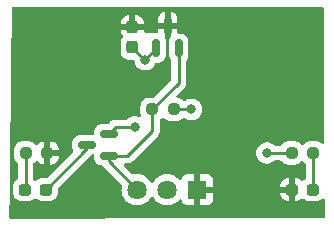
<source format=gbr>
%TF.GenerationSoftware,KiCad,Pcbnew,(7.0.0)*%
%TF.CreationDate,2023-11-20T19:32:08-05:00*%
%TF.ProjectId,4272MAVproxS_R1,34323732-4d41-4567-9072-6f78535f5231,rev?*%
%TF.SameCoordinates,Original*%
%TF.FileFunction,Copper,L1,Top*%
%TF.FilePolarity,Positive*%
%FSLAX46Y46*%
G04 Gerber Fmt 4.6, Leading zero omitted, Abs format (unit mm)*
G04 Created by KiCad (PCBNEW (7.0.0)) date 2023-11-20 19:32:08*
%MOMM*%
%LPD*%
G01*
G04 APERTURE LIST*
G04 Aperture macros list*
%AMRoundRect*
0 Rectangle with rounded corners*
0 $1 Rounding radius*
0 $2 $3 $4 $5 $6 $7 $8 $9 X,Y pos of 4 corners*
0 Add a 4 corners polygon primitive as box body*
4,1,4,$2,$3,$4,$5,$6,$7,$8,$9,$2,$3,0*
0 Add four circle primitives for the rounded corners*
1,1,$1+$1,$2,$3*
1,1,$1+$1,$4,$5*
1,1,$1+$1,$6,$7*
1,1,$1+$1,$8,$9*
0 Add four rect primitives between the rounded corners*
20,1,$1+$1,$2,$3,$4,$5,0*
20,1,$1+$1,$4,$5,$6,$7,0*
20,1,$1+$1,$6,$7,$8,$9,0*
20,1,$1+$1,$8,$9,$2,$3,0*%
G04 Aperture macros list end*
%TA.AperFunction,SMDPad,CuDef*%
%ADD10RoundRect,0.237500X-0.287500X-0.237500X0.287500X-0.237500X0.287500X0.237500X-0.287500X0.237500X0*%
%TD*%
%TA.AperFunction,SMDPad,CuDef*%
%ADD11RoundRect,0.150000X0.150000X-0.587500X0.150000X0.587500X-0.150000X0.587500X-0.150000X-0.587500X0*%
%TD*%
%TA.AperFunction,SMDPad,CuDef*%
%ADD12RoundRect,0.150000X0.587500X0.150000X-0.587500X0.150000X-0.587500X-0.150000X0.587500X-0.150000X0*%
%TD*%
%TA.AperFunction,SMDPad,CuDef*%
%ADD13RoundRect,0.237500X-0.250000X-0.237500X0.250000X-0.237500X0.250000X0.237500X-0.250000X0.237500X0*%
%TD*%
%TA.AperFunction,ComponentPad*%
%ADD14R,1.635000X1.635000*%
%TD*%
%TA.AperFunction,ComponentPad*%
%ADD15C,1.635000*%
%TD*%
%TA.AperFunction,SMDPad,CuDef*%
%ADD16RoundRect,0.237500X0.237500X-0.300000X0.237500X0.300000X-0.237500X0.300000X-0.237500X-0.300000X0*%
%TD*%
%TA.AperFunction,ViaPad*%
%ADD17C,0.800000*%
%TD*%
%TA.AperFunction,Conductor*%
%ADD18C,0.250000*%
%TD*%
G04 APERTURE END LIST*
D10*
%TO.P,D2,1,K*%
%TO.N,Net-(D2-K)*%
X140290000Y-63675000D03*
%TO.P,D2,2,A*%
%TO.N,Net-(D2-A)*%
X142040000Y-63675000D03*
%TD*%
%TO.P,D1,1,K*%
%TO.N,GND*%
X162890000Y-63675000D03*
%TO.P,D1,2,A*%
%TO.N,Net-(D1-A)*%
X164640000Y-63675000D03*
%TD*%
D11*
%TO.P,U1,1,VCC*%
%TO.N,+3.3V*%
X151415000Y-51712500D03*
%TO.P,U1,2,OUT*%
%TO.N,Net-(Q1-G)*%
X153315000Y-51712500D03*
%TO.P,U1,3,GND*%
%TO.N,GND*%
X152365000Y-49837500D03*
%TD*%
D12*
%TO.P,Q1,1,G*%
%TO.N,Net-(Q1-G)*%
X147402500Y-60825000D03*
%TO.P,Q1,2,S*%
%TO.N,+3.3V*%
X147402500Y-58925000D03*
%TO.P,Q1,3,D*%
%TO.N,Net-(D2-A)*%
X145527500Y-59875000D03*
%TD*%
D13*
%TO.P,R2,1*%
%TO.N,Net-(D2-K)*%
X140352500Y-60575000D03*
%TO.P,R2,2*%
%TO.N,GND*%
X142177500Y-60575000D03*
%TD*%
D14*
%TO.P,P1,1*%
%TO.N,GND*%
X154864999Y-63674999D03*
D15*
%TO.P,P1,2*%
%TO.N,+3.3V*%
X152325000Y-63675000D03*
%TO.P,P1,3*%
%TO.N,Net-(Q1-G)*%
X149785000Y-63675000D03*
%TD*%
D13*
%TO.P,R3,1*%
%TO.N,Net-(Q1-G)*%
X151052500Y-56875000D03*
%TO.P,R3,2*%
%TO.N,+3.3V*%
X152877500Y-56875000D03*
%TD*%
%TO.P,R1,1*%
%TO.N,+3.3V*%
X162852500Y-60575000D03*
%TO.P,R1,2*%
%TO.N,Net-(D1-A)*%
X164677500Y-60575000D03*
%TD*%
D16*
%TO.P,C1,1*%
%TO.N,+3.3V*%
X149365000Y-51637500D03*
%TO.P,C1,2*%
%TO.N,GND*%
X149365000Y-49912500D03*
%TD*%
D17*
%TO.N,+3.3V*%
X154365000Y-56875000D03*
X150458750Y-52668750D03*
X149565000Y-58375000D03*
X160765000Y-60575000D03*
%TD*%
D18*
%TO.N,+3.3V*%
X149565000Y-58375000D02*
X147952500Y-58375000D01*
X147952500Y-58375000D02*
X147402500Y-58925000D01*
X152877500Y-56875000D02*
X154365000Y-56875000D01*
%TO.N,Net-(Q1-G)*%
X151052500Y-58700000D02*
X148927500Y-60825000D01*
X151052500Y-56875000D02*
X151052500Y-58700000D01*
X153315000Y-54612500D02*
X151052500Y-56875000D01*
X153315000Y-51712500D02*
X153315000Y-54612500D01*
%TO.N,+3.3V*%
X150458750Y-52668750D02*
X151415000Y-51712500D01*
X150458750Y-52668750D02*
X150396250Y-52668750D01*
X150396250Y-52668750D02*
X149365000Y-51637500D01*
X162852500Y-60575000D02*
X160765000Y-60575000D01*
%TO.N,Net-(Q1-G)*%
X148927500Y-60825000D02*
X147402500Y-60825000D01*
%TO.N,Net-(D2-A)*%
X145527500Y-60187500D02*
X142040000Y-63675000D01*
X145527500Y-59875000D02*
X145527500Y-60187500D01*
%TO.N,Net-(Q1-G)*%
X147402500Y-61292500D02*
X149785000Y-63675000D01*
X147402500Y-60825000D02*
X147402500Y-61292500D01*
%TO.N,Net-(D2-K)*%
X140352500Y-63612500D02*
X140290000Y-63675000D01*
X140352500Y-60575000D02*
X140352500Y-63612500D01*
%TO.N,Net-(D1-A)*%
X164677500Y-63637500D02*
X164640000Y-63675000D01*
X164677500Y-60575000D02*
X164677500Y-63637500D01*
%TD*%
%TA.AperFunction,Conductor*%
%TO.N,GND*%
G36*
X165503491Y-48191498D02*
G01*
X165548846Y-48236600D01*
X165565688Y-48298306D01*
X165572230Y-49469087D01*
X165629297Y-59684240D01*
X165616034Y-59740733D01*
X165578520Y-59785006D01*
X165524971Y-59807363D01*
X165467113Y-59802907D01*
X165417618Y-59772614D01*
X165398456Y-59753452D01*
X165398456Y-59753451D01*
X165393346Y-59748342D01*
X165387196Y-59744548D01*
X165387194Y-59744547D01*
X165282826Y-59680172D01*
X165244920Y-59656791D01*
X165238062Y-59654518D01*
X165238061Y-59654518D01*
X165085805Y-59604066D01*
X165085799Y-59604064D01*
X165079381Y-59601938D01*
X165072651Y-59601250D01*
X165072649Y-59601250D01*
X164980342Y-59591819D01*
X164980328Y-59591818D01*
X164977213Y-59591500D01*
X164974065Y-59591500D01*
X164380936Y-59591500D01*
X164380916Y-59591500D01*
X164377788Y-59591501D01*
X164374675Y-59591818D01*
X164374655Y-59591820D01*
X164282358Y-59601249D01*
X164282352Y-59601250D01*
X164275619Y-59601938D01*
X164269189Y-59604068D01*
X164269187Y-59604069D01*
X164116938Y-59654518D01*
X164116934Y-59654519D01*
X164110080Y-59656791D01*
X164103932Y-59660582D01*
X164103930Y-59660584D01*
X163967805Y-59744547D01*
X163967799Y-59744551D01*
X163961654Y-59748342D01*
X163956547Y-59753448D01*
X163956543Y-59753452D01*
X163852681Y-59857315D01*
X163797094Y-59889409D01*
X163732906Y-59889409D01*
X163677319Y-59857315D01*
X163573456Y-59753452D01*
X163573456Y-59753451D01*
X163568346Y-59748342D01*
X163562196Y-59744548D01*
X163562194Y-59744547D01*
X163457826Y-59680172D01*
X163419920Y-59656791D01*
X163413062Y-59654518D01*
X163413061Y-59654518D01*
X163260805Y-59604066D01*
X163260799Y-59604064D01*
X163254381Y-59601938D01*
X163247651Y-59601250D01*
X163247649Y-59601250D01*
X163155342Y-59591819D01*
X163155328Y-59591818D01*
X163152213Y-59591500D01*
X163149065Y-59591500D01*
X162555936Y-59591500D01*
X162555916Y-59591500D01*
X162552788Y-59591501D01*
X162549675Y-59591818D01*
X162549655Y-59591820D01*
X162457358Y-59601249D01*
X162457352Y-59601250D01*
X162450619Y-59601938D01*
X162444189Y-59604068D01*
X162444187Y-59604069D01*
X162291938Y-59654518D01*
X162291934Y-59654519D01*
X162285080Y-59656791D01*
X162278932Y-59660582D01*
X162278930Y-59660584D01*
X162142805Y-59744547D01*
X162142799Y-59744551D01*
X162136654Y-59748342D01*
X162131547Y-59753448D01*
X162131543Y-59753452D01*
X162018452Y-59866543D01*
X162018448Y-59866547D01*
X162013342Y-59871654D01*
X162009547Y-59877805D01*
X162009548Y-59877805D01*
X162006591Y-59882599D01*
X161961485Y-59925778D01*
X161901054Y-59941500D01*
X161472309Y-59941500D01*
X161421874Y-59930780D01*
X161385978Y-59904700D01*
X161385429Y-59905310D01*
X161380598Y-59900960D01*
X161376253Y-59896134D01*
X161371003Y-59892319D01*
X161370999Y-59892316D01*
X161227006Y-59787699D01*
X161227004Y-59787697D01*
X161221752Y-59783882D01*
X161215821Y-59781241D01*
X161215817Y-59781239D01*
X161053226Y-59708849D01*
X161053219Y-59708846D01*
X161047288Y-59706206D01*
X161040935Y-59704855D01*
X161040927Y-59704853D01*
X160866849Y-59667852D01*
X160866846Y-59667851D01*
X160860487Y-59666500D01*
X160669513Y-59666500D01*
X160663154Y-59667851D01*
X160663150Y-59667852D01*
X160489072Y-59704853D01*
X160489061Y-59704856D01*
X160482712Y-59706206D01*
X160476782Y-59708845D01*
X160476773Y-59708849D01*
X160314182Y-59781239D01*
X160314174Y-59781243D01*
X160308248Y-59783882D01*
X160302999Y-59787695D01*
X160302993Y-59787699D01*
X160159000Y-59892316D01*
X160158991Y-59892323D01*
X160153747Y-59896134D01*
X160149403Y-59900957D01*
X160149400Y-59900961D01*
X160035971Y-60026938D01*
X160025960Y-60038056D01*
X160022714Y-60043676D01*
X160022711Y-60043682D01*
X159933721Y-60197817D01*
X159933718Y-60197822D01*
X159930473Y-60203444D01*
X159928467Y-60209616D01*
X159928465Y-60209622D01*
X159873465Y-60378892D01*
X159873463Y-60378901D01*
X159871458Y-60385072D01*
X159870780Y-60391522D01*
X159870778Y-60391532D01*
X159861264Y-60482062D01*
X159851496Y-60575000D01*
X159852175Y-60581460D01*
X159870778Y-60758467D01*
X159870779Y-60758475D01*
X159871458Y-60764928D01*
X159873463Y-60771100D01*
X159873465Y-60771107D01*
X159904085Y-60865344D01*
X159930473Y-60946556D01*
X159933720Y-60952180D01*
X159933721Y-60952182D01*
X160010353Y-61084913D01*
X160025960Y-61111944D01*
X160153747Y-61253866D01*
X160158997Y-61257680D01*
X160159000Y-61257683D01*
X160262197Y-61332660D01*
X160308248Y-61366118D01*
X160314181Y-61368759D01*
X160314182Y-61368760D01*
X160475542Y-61440602D01*
X160482712Y-61443794D01*
X160489070Y-61445145D01*
X160489072Y-61445146D01*
X160523435Y-61452450D01*
X160669513Y-61483500D01*
X160853984Y-61483500D01*
X160860487Y-61483500D01*
X161047288Y-61443794D01*
X161221752Y-61366118D01*
X161376253Y-61253866D01*
X161380600Y-61249037D01*
X161385429Y-61244690D01*
X161385978Y-61245299D01*
X161421874Y-61219220D01*
X161472309Y-61208500D01*
X161901054Y-61208500D01*
X161961485Y-61224222D01*
X162006590Y-61267400D01*
X162013342Y-61278346D01*
X162136654Y-61401658D01*
X162285080Y-61493209D01*
X162450619Y-61548062D01*
X162552787Y-61558500D01*
X163152212Y-61558499D01*
X163254381Y-61548062D01*
X163419920Y-61493209D01*
X163568346Y-61401658D01*
X163677319Y-61292684D01*
X163732906Y-61260591D01*
X163797094Y-61260591D01*
X163852681Y-61292685D01*
X163961654Y-61401658D01*
X163985099Y-61416119D01*
X164028278Y-61461225D01*
X164044000Y-61521656D01*
X164044000Y-62682083D01*
X164028278Y-62742514D01*
X163985097Y-62787621D01*
X163892805Y-62844547D01*
X163892799Y-62844551D01*
X163886654Y-62848342D01*
X163881551Y-62853444D01*
X163881542Y-62853452D01*
X163846669Y-62888326D01*
X163791082Y-62920419D01*
X163726895Y-62920419D01*
X163671308Y-62888325D01*
X163643148Y-62860165D01*
X163631886Y-62851260D01*
X163497452Y-62768340D01*
X163484444Y-62762274D01*
X163334075Y-62712447D01*
X163320919Y-62709631D01*
X163229776Y-62700319D01*
X163223500Y-62700000D01*
X163156326Y-62700000D01*
X163143450Y-62703450D01*
X163140000Y-62716326D01*
X163140000Y-64633673D01*
X163143450Y-64646548D01*
X163156326Y-64649999D01*
X163223497Y-64649999D01*
X163229779Y-64649678D01*
X163320912Y-64640369D01*
X163334081Y-64637550D01*
X163484444Y-64587725D01*
X163497452Y-64581659D01*
X163631886Y-64498739D01*
X163643142Y-64489838D01*
X163671306Y-64461675D01*
X163726894Y-64429581D01*
X163791082Y-64429580D01*
X163846670Y-64461673D01*
X163886654Y-64501658D01*
X164035080Y-64593209D01*
X164200619Y-64648062D01*
X164302787Y-64658500D01*
X164977212Y-64658499D01*
X165079381Y-64648062D01*
X165244920Y-64593209D01*
X165393346Y-64501658D01*
X165444730Y-64450273D01*
X165493959Y-64420067D01*
X165551533Y-64415438D01*
X165604958Y-64437393D01*
X165642642Y-64481167D01*
X165656408Y-64537262D01*
X165664303Y-65950307D01*
X165647922Y-66012600D01*
X165602505Y-66058271D01*
X165540305Y-66075000D01*
X154865000Y-66075000D01*
X154864866Y-66075000D01*
X154864781Y-66075001D01*
X139091173Y-66174206D01*
X139028446Y-66157625D01*
X138982678Y-66111637D01*
X138966401Y-66048833D01*
X138989620Y-63959082D01*
X139256500Y-63959082D01*
X139256501Y-63962212D01*
X139256819Y-63965325D01*
X139256820Y-63965344D01*
X139266249Y-64057641D01*
X139266938Y-64064381D01*
X139269069Y-64070812D01*
X139318319Y-64219444D01*
X139321791Y-64229920D01*
X139325584Y-64236069D01*
X139383561Y-64330065D01*
X139413342Y-64378346D01*
X139536654Y-64501658D01*
X139685080Y-64593209D01*
X139850619Y-64648062D01*
X139952787Y-64658500D01*
X140627212Y-64658499D01*
X140729381Y-64648062D01*
X140894920Y-64593209D01*
X141043346Y-64501658D01*
X141077319Y-64467685D01*
X141132906Y-64435591D01*
X141197094Y-64435591D01*
X141252681Y-64467685D01*
X141286654Y-64501658D01*
X141435080Y-64593209D01*
X141600619Y-64648062D01*
X141702787Y-64658500D01*
X142377212Y-64658499D01*
X142479381Y-64648062D01*
X142644920Y-64593209D01*
X142793346Y-64501658D01*
X142916658Y-64378346D01*
X143008209Y-64229920D01*
X143063062Y-64064381D01*
X143073500Y-63962213D01*
X143073499Y-63588764D01*
X143082938Y-63541312D01*
X143109815Y-63501087D01*
X145891084Y-60719819D01*
X145931313Y-60692939D01*
X145978766Y-60683500D01*
X146032500Y-60683500D01*
X146094500Y-60700113D01*
X146139887Y-60745500D01*
X146156500Y-60807500D01*
X146156500Y-61041502D01*
X146156690Y-61043921D01*
X146156691Y-61043936D01*
X146158940Y-61072514D01*
X146158941Y-61072521D01*
X146159438Y-61078831D01*
X146161205Y-61084913D01*
X146201677Y-61224222D01*
X146205855Y-61238601D01*
X146209825Y-61245315D01*
X146209827Y-61245318D01*
X146256373Y-61324022D01*
X146290547Y-61381807D01*
X146408193Y-61499453D01*
X146551399Y-61584145D01*
X146711169Y-61630562D01*
X146748498Y-61633500D01*
X146799384Y-61633500D01*
X146853936Y-61646144D01*
X146895815Y-61680239D01*
X146897958Y-61683862D01*
X146903475Y-61689379D01*
X146903476Y-61689380D01*
X146912389Y-61698293D01*
X146925025Y-61713088D01*
X146932438Y-61723291D01*
X146932443Y-61723296D01*
X146937028Y-61729607D01*
X146971167Y-61757849D01*
X146979808Y-61765712D01*
X148462375Y-63248280D01*
X148494469Y-63303867D01*
X148494469Y-63368053D01*
X148475557Y-63438634D01*
X148475554Y-63438645D01*
X148474157Y-63443863D01*
X148473685Y-63449248D01*
X148473685Y-63449253D01*
X148454407Y-63669605D01*
X148453935Y-63675000D01*
X148474157Y-63906137D01*
X148475554Y-63911352D01*
X148475556Y-63911361D01*
X148532805Y-64125018D01*
X148532808Y-64125026D01*
X148534208Y-64130251D01*
X148536496Y-64135159D01*
X148536497Y-64135160D01*
X148629977Y-64335630D01*
X148629978Y-64335631D01*
X148632264Y-64340533D01*
X148635363Y-64344960D01*
X148635365Y-64344962D01*
X148762239Y-64526157D01*
X148762242Y-64526161D01*
X148765345Y-64530592D01*
X148929408Y-64694655D01*
X149119467Y-64827736D01*
X149329749Y-64925792D01*
X149334980Y-64927193D01*
X149334981Y-64927194D01*
X149378863Y-64938952D01*
X149553863Y-64985843D01*
X149785000Y-65006065D01*
X150016137Y-64985843D01*
X150240251Y-64925792D01*
X150450533Y-64827736D01*
X150640592Y-64694655D01*
X150804655Y-64530592D01*
X150937736Y-64340533D01*
X150942617Y-64330064D01*
X150988374Y-64277888D01*
X151055000Y-64258468D01*
X151121626Y-64277888D01*
X151167382Y-64330064D01*
X151172264Y-64340533D01*
X151175363Y-64344960D01*
X151175365Y-64344962D01*
X151302239Y-64526157D01*
X151302242Y-64526161D01*
X151305345Y-64530592D01*
X151469408Y-64694655D01*
X151659467Y-64827736D01*
X151869749Y-64925792D01*
X151874980Y-64927193D01*
X151874981Y-64927194D01*
X151918863Y-64938952D01*
X152093863Y-64985843D01*
X152325000Y-65006065D01*
X152556137Y-64985843D01*
X152780251Y-64925792D01*
X152990533Y-64827736D01*
X153180592Y-64694655D01*
X153344246Y-64531000D01*
X153400721Y-64498674D01*
X153465794Y-64499399D01*
X153521538Y-64532979D01*
X153552600Y-64590165D01*
X153556612Y-64607142D01*
X153601047Y-64726277D01*
X153609462Y-64741689D01*
X153684998Y-64842592D01*
X153697407Y-64855001D01*
X153798310Y-64930537D01*
X153813722Y-64938952D01*
X153932858Y-64983388D01*
X153947832Y-64986926D01*
X153996385Y-64992146D01*
X154002982Y-64992500D01*
X154598674Y-64992500D01*
X154611549Y-64989049D01*
X154615000Y-64976174D01*
X155115000Y-64976174D01*
X155118450Y-64989049D01*
X155131326Y-64992500D01*
X155727018Y-64992500D01*
X155733614Y-64992146D01*
X155782167Y-64986926D01*
X155797141Y-64983388D01*
X155916277Y-64938952D01*
X155931689Y-64930537D01*
X156032592Y-64855001D01*
X156045001Y-64842592D01*
X156120537Y-64741689D01*
X156128952Y-64726277D01*
X156173388Y-64607141D01*
X156176926Y-64592167D01*
X156182146Y-64543614D01*
X156182500Y-64537018D01*
X156182500Y-63958497D01*
X161865001Y-63958497D01*
X161865321Y-63964779D01*
X161874630Y-64055912D01*
X161877449Y-64069081D01*
X161927274Y-64219444D01*
X161933340Y-64232452D01*
X162016260Y-64366886D01*
X162025165Y-64378148D01*
X162136851Y-64489834D01*
X162148113Y-64498739D01*
X162282547Y-64581659D01*
X162295555Y-64587725D01*
X162445924Y-64637552D01*
X162459080Y-64640368D01*
X162550223Y-64649680D01*
X162556500Y-64650000D01*
X162623674Y-64650000D01*
X162636549Y-64646549D01*
X162640000Y-64633674D01*
X162640000Y-63941326D01*
X162636549Y-63928450D01*
X162623674Y-63925000D01*
X161881327Y-63925000D01*
X161868451Y-63928450D01*
X161865001Y-63941326D01*
X161865001Y-63958497D01*
X156182500Y-63958497D01*
X156182500Y-63941326D01*
X156179049Y-63928450D01*
X156166174Y-63925000D01*
X155131326Y-63925000D01*
X155118450Y-63928450D01*
X155115000Y-63941326D01*
X155115000Y-64976174D01*
X154615000Y-64976174D01*
X154615000Y-63408674D01*
X155115000Y-63408674D01*
X155118450Y-63421549D01*
X155131326Y-63425000D01*
X156166174Y-63425000D01*
X156179049Y-63421549D01*
X156182500Y-63408674D01*
X161865000Y-63408674D01*
X161868450Y-63421549D01*
X161881326Y-63425000D01*
X162623674Y-63425000D01*
X162636549Y-63421549D01*
X162640000Y-63408674D01*
X162640000Y-62716327D01*
X162636549Y-62703451D01*
X162623674Y-62700001D01*
X162556503Y-62700001D01*
X162550220Y-62700321D01*
X162459087Y-62709630D01*
X162445918Y-62712449D01*
X162295555Y-62762274D01*
X162282547Y-62768340D01*
X162148113Y-62851260D01*
X162136851Y-62860165D01*
X162025165Y-62971851D01*
X162016260Y-62983113D01*
X161933340Y-63117547D01*
X161927274Y-63130555D01*
X161877447Y-63280924D01*
X161874631Y-63294080D01*
X161865319Y-63385223D01*
X161865000Y-63391500D01*
X161865000Y-63408674D01*
X156182500Y-63408674D01*
X156182500Y-62812982D01*
X156182146Y-62806385D01*
X156176926Y-62757832D01*
X156173388Y-62742858D01*
X156128952Y-62623722D01*
X156120537Y-62608310D01*
X156045001Y-62507407D01*
X156032592Y-62494998D01*
X155931689Y-62419462D01*
X155916277Y-62411047D01*
X155797141Y-62366611D01*
X155782167Y-62363073D01*
X155733614Y-62357853D01*
X155727018Y-62357500D01*
X155131326Y-62357500D01*
X155118450Y-62360950D01*
X155115000Y-62373826D01*
X155115000Y-63408674D01*
X154615000Y-63408674D01*
X154615000Y-62373826D01*
X154611549Y-62360950D01*
X154598674Y-62357500D01*
X154002982Y-62357500D01*
X153996385Y-62357853D01*
X153947832Y-62363073D01*
X153932858Y-62366611D01*
X153813722Y-62411047D01*
X153798310Y-62419462D01*
X153697407Y-62494998D01*
X153684998Y-62507407D01*
X153609462Y-62608310D01*
X153601047Y-62623722D01*
X153556612Y-62742855D01*
X153552600Y-62759835D01*
X153521538Y-62817020D01*
X153465794Y-62850600D01*
X153400721Y-62851325D01*
X153344243Y-62818996D01*
X153184423Y-62659176D01*
X153184421Y-62659174D01*
X153180592Y-62655345D01*
X153176161Y-62652242D01*
X153176157Y-62652239D01*
X152994962Y-62525365D01*
X152994960Y-62525363D01*
X152990533Y-62522264D01*
X152985636Y-62519980D01*
X152985630Y-62519977D01*
X152785160Y-62426497D01*
X152785159Y-62426496D01*
X152780251Y-62424208D01*
X152775026Y-62422808D01*
X152775018Y-62422805D01*
X152561361Y-62365556D01*
X152561352Y-62365554D01*
X152556137Y-62364157D01*
X152550749Y-62363685D01*
X152550746Y-62363685D01*
X152330395Y-62344407D01*
X152325000Y-62343935D01*
X152319605Y-62344407D01*
X152099253Y-62363685D01*
X152099248Y-62363685D01*
X152093863Y-62364157D01*
X152088649Y-62365554D01*
X152088638Y-62365556D01*
X151874981Y-62422805D01*
X151874969Y-62422809D01*
X151869749Y-62424208D01*
X151864844Y-62426494D01*
X151864839Y-62426497D01*
X151664378Y-62519974D01*
X151664374Y-62519976D01*
X151659468Y-62522264D01*
X151655035Y-62525367D01*
X151655028Y-62525372D01*
X151473843Y-62652239D01*
X151473838Y-62652242D01*
X151469408Y-62655345D01*
X151465584Y-62659168D01*
X151465578Y-62659174D01*
X151309174Y-62815578D01*
X151309168Y-62815584D01*
X151305345Y-62819408D01*
X151302242Y-62823838D01*
X151302239Y-62823843D01*
X151175372Y-63005028D01*
X151175367Y-63005035D01*
X151172264Y-63009468D01*
X151169975Y-63014375D01*
X151169973Y-63014380D01*
X151167381Y-63019939D01*
X151121624Y-63072113D01*
X151055000Y-63091532D01*
X150988376Y-63072113D01*
X150942619Y-63019939D01*
X150941713Y-63017997D01*
X150937736Y-63009468D01*
X150804655Y-62819408D01*
X150640592Y-62655345D01*
X150636161Y-62652242D01*
X150636157Y-62652239D01*
X150454962Y-62525365D01*
X150454960Y-62525363D01*
X150450533Y-62522264D01*
X150445636Y-62519980D01*
X150445630Y-62519977D01*
X150245160Y-62426497D01*
X150245159Y-62426496D01*
X150240251Y-62424208D01*
X150235026Y-62422808D01*
X150235018Y-62422805D01*
X150021361Y-62365556D01*
X150021352Y-62365554D01*
X150016137Y-62364157D01*
X150010749Y-62363685D01*
X150010746Y-62363685D01*
X149790395Y-62344407D01*
X149785000Y-62343935D01*
X149779605Y-62344407D01*
X149559253Y-62363685D01*
X149559248Y-62363685D01*
X149553863Y-62364157D01*
X149548645Y-62365554D01*
X149548634Y-62365557D01*
X149478053Y-62384469D01*
X149413867Y-62384469D01*
X149358280Y-62352375D01*
X148676086Y-61670181D01*
X148645836Y-61620818D01*
X148641294Y-61563102D01*
X148663449Y-61509615D01*
X148707472Y-61472015D01*
X148763767Y-61458500D01*
X148848654Y-61458500D01*
X148859937Y-61459031D01*
X148867409Y-61460702D01*
X148935517Y-61458560D01*
X148939413Y-61458500D01*
X148963458Y-61458500D01*
X148967356Y-61458500D01*
X148971224Y-61458011D01*
X148971447Y-61457983D01*
X148983108Y-61457064D01*
X149027389Y-61455673D01*
X149046990Y-61449977D01*
X149066041Y-61446032D01*
X149086297Y-61443474D01*
X149117522Y-61431110D01*
X149127493Y-61427163D01*
X149138543Y-61423379D01*
X149181093Y-61411018D01*
X149198665Y-61400625D01*
X149216132Y-61392068D01*
X149235117Y-61384552D01*
X149270975Y-61358498D01*
X149280723Y-61352096D01*
X149318862Y-61329542D01*
X149333293Y-61315110D01*
X149348088Y-61302472D01*
X149364607Y-61290472D01*
X149392860Y-61256318D01*
X149400703Y-61247699D01*
X151444717Y-59203686D01*
X151453052Y-59196102D01*
X151459518Y-59192000D01*
X151506191Y-59142295D01*
X151508809Y-59139594D01*
X151528635Y-59119770D01*
X151531160Y-59116513D01*
X151538751Y-59107624D01*
X151569086Y-59075321D01*
X151578923Y-59057425D01*
X151589596Y-59041177D01*
X151602114Y-59025041D01*
X151619715Y-58984364D01*
X151624850Y-58973884D01*
X151642435Y-58941899D01*
X151642434Y-58941899D01*
X151646195Y-58935060D01*
X151651274Y-58915273D01*
X151657570Y-58896885D01*
X151665681Y-58878145D01*
X151672612Y-58834376D01*
X151674982Y-58822939D01*
X151686000Y-58780030D01*
X151686000Y-58759615D01*
X151687527Y-58740217D01*
X151687565Y-58739972D01*
X151690720Y-58720057D01*
X151686550Y-58675942D01*
X151686000Y-58664273D01*
X151686000Y-57821656D01*
X151701722Y-57761225D01*
X151744900Y-57716119D01*
X151768346Y-57701658D01*
X151877319Y-57592685D01*
X151932906Y-57560591D01*
X151997094Y-57560591D01*
X152052681Y-57592685D01*
X152161654Y-57701658D01*
X152310080Y-57793209D01*
X152475619Y-57848062D01*
X152577787Y-57858500D01*
X153177212Y-57858499D01*
X153279381Y-57848062D01*
X153444920Y-57793209D01*
X153593346Y-57701658D01*
X153671560Y-57623443D01*
X153720918Y-57593197D01*
X153778635Y-57588655D01*
X153832122Y-57610810D01*
X153902988Y-57662297D01*
X153902992Y-57662299D01*
X153908248Y-57666118D01*
X153914181Y-57668759D01*
X153914182Y-57668760D01*
X153988072Y-57701658D01*
X154082712Y-57743794D01*
X154089070Y-57745145D01*
X154089072Y-57745146D01*
X154095452Y-57746502D01*
X154269513Y-57783500D01*
X154453984Y-57783500D01*
X154460487Y-57783500D01*
X154647288Y-57743794D01*
X154821752Y-57666118D01*
X154976253Y-57553866D01*
X155104040Y-57411944D01*
X155199527Y-57246556D01*
X155258542Y-57064928D01*
X155278504Y-56875000D01*
X155258542Y-56685072D01*
X155199527Y-56503444D01*
X155104040Y-56338056D01*
X154976253Y-56196134D01*
X154971003Y-56192319D01*
X154970999Y-56192316D01*
X154827006Y-56087699D01*
X154827004Y-56087697D01*
X154821752Y-56083882D01*
X154815821Y-56081241D01*
X154815817Y-56081239D01*
X154653226Y-56008849D01*
X154653219Y-56008846D01*
X154647288Y-56006206D01*
X154640935Y-56004855D01*
X154640927Y-56004853D01*
X154466849Y-55967852D01*
X154466846Y-55967851D01*
X154460487Y-55966500D01*
X154269513Y-55966500D01*
X154263154Y-55967851D01*
X154263150Y-55967852D01*
X154089072Y-56004853D01*
X154089061Y-56004856D01*
X154082712Y-56006206D01*
X154076782Y-56008845D01*
X154076773Y-56008849D01*
X153914182Y-56081239D01*
X153914174Y-56081243D01*
X153908248Y-56083882D01*
X153903001Y-56087693D01*
X153902989Y-56087701D01*
X153832121Y-56139190D01*
X153778634Y-56161344D01*
X153720919Y-56156802D01*
X153671556Y-56126552D01*
X153598456Y-56053452D01*
X153593346Y-56048342D01*
X153587196Y-56044548D01*
X153587194Y-56044547D01*
X153501890Y-55991931D01*
X153444920Y-55956791D01*
X153438062Y-55954518D01*
X153438061Y-55954518D01*
X153285805Y-55904066D01*
X153285799Y-55904064D01*
X153279381Y-55901938D01*
X153272652Y-55901250D01*
X153272650Y-55901250D01*
X153214236Y-55895282D01*
X153150284Y-55869470D01*
X153110013Y-55813485D01*
X153105878Y-55744645D01*
X153139157Y-55684245D01*
X153707212Y-55116190D01*
X153715550Y-55108604D01*
X153722018Y-55104500D01*
X153768706Y-55054779D01*
X153771324Y-55052078D01*
X153791134Y-55032270D01*
X153793664Y-55029008D01*
X153801244Y-55020130D01*
X153831586Y-54987821D01*
X153841422Y-54969927D01*
X153852098Y-54953674D01*
X153864613Y-54937541D01*
X153882206Y-54896885D01*
X153887341Y-54886400D01*
X153908695Y-54847560D01*
X153913773Y-54827783D01*
X153920078Y-54809369D01*
X153928181Y-54790645D01*
X153935112Y-54746876D01*
X153937482Y-54735439D01*
X153948500Y-54692530D01*
X153948500Y-54672115D01*
X153950027Y-54652717D01*
X153950065Y-54652472D01*
X153953220Y-54632557D01*
X153949050Y-54588442D01*
X153948500Y-54576773D01*
X153948500Y-52799122D01*
X153957939Y-52751669D01*
X153979784Y-52718975D01*
X153979155Y-52718487D01*
X153983932Y-52712327D01*
X153989453Y-52706807D01*
X154074145Y-52563601D01*
X154120562Y-52403831D01*
X154123500Y-52366502D01*
X154123500Y-51058498D01*
X154120562Y-51021169D01*
X154074145Y-50861399D01*
X153989453Y-50718193D01*
X153871807Y-50600547D01*
X153856509Y-50591500D01*
X153735318Y-50519827D01*
X153735315Y-50519825D01*
X153728601Y-50515855D01*
X153568831Y-50469438D01*
X153562521Y-50468941D01*
X153562514Y-50468940D01*
X153533936Y-50466691D01*
X153533921Y-50466690D01*
X153531502Y-50466500D01*
X153289000Y-50466500D01*
X153227000Y-50449887D01*
X153181613Y-50404500D01*
X153165000Y-50342500D01*
X153165000Y-50103826D01*
X153161549Y-50090950D01*
X153148674Y-50087500D01*
X152631326Y-50087500D01*
X152618450Y-50090950D01*
X152615000Y-50103826D01*
X152615000Y-50727468D01*
X152597732Y-50790589D01*
X152559827Y-50854681D01*
X152559824Y-50854687D01*
X152555855Y-50861399D01*
X152553679Y-50868888D01*
X152553678Y-50868891D01*
X152511541Y-51013930D01*
X152509438Y-51021169D01*
X152508941Y-51027476D01*
X152508940Y-51027485D01*
X152506691Y-51056063D01*
X152506690Y-51056079D01*
X152506500Y-51058498D01*
X152506500Y-52366502D01*
X152506690Y-52368921D01*
X152506691Y-52368936D01*
X152508940Y-52397514D01*
X152508941Y-52397521D01*
X152509438Y-52403831D01*
X152555855Y-52563601D01*
X152559825Y-52570315D01*
X152559827Y-52570318D01*
X152626574Y-52683180D01*
X152640547Y-52706807D01*
X152646065Y-52712325D01*
X152650845Y-52718487D01*
X152650215Y-52718975D01*
X152672061Y-52751669D01*
X152681500Y-52799122D01*
X152681500Y-54298733D01*
X152672061Y-54346186D01*
X152645181Y-54386414D01*
X151176412Y-55855181D01*
X151136184Y-55882061D01*
X151088731Y-55891500D01*
X150755936Y-55891500D01*
X150755916Y-55891500D01*
X150752788Y-55891501D01*
X150749675Y-55891818D01*
X150749655Y-55891820D01*
X150657358Y-55901249D01*
X150657352Y-55901250D01*
X150650619Y-55901938D01*
X150644189Y-55904068D01*
X150644187Y-55904069D01*
X150491938Y-55954518D01*
X150491934Y-55954519D01*
X150485080Y-55956791D01*
X150478932Y-55960582D01*
X150478930Y-55960584D01*
X150342805Y-56044547D01*
X150342799Y-56044551D01*
X150336654Y-56048342D01*
X150331547Y-56053448D01*
X150331543Y-56053452D01*
X150218452Y-56166543D01*
X150218448Y-56166547D01*
X150213342Y-56171654D01*
X150209551Y-56177799D01*
X150209547Y-56177805D01*
X150125584Y-56313930D01*
X150121791Y-56320080D01*
X150119519Y-56326934D01*
X150119518Y-56326938D01*
X150069066Y-56479194D01*
X150069064Y-56479202D01*
X150066938Y-56485619D01*
X150066250Y-56492347D01*
X150066250Y-56492350D01*
X150056819Y-56584657D01*
X150056818Y-56584672D01*
X150056500Y-56587787D01*
X150056500Y-56590933D01*
X150056500Y-56590934D01*
X150056500Y-57159063D01*
X150056500Y-57159082D01*
X150056501Y-57162212D01*
X150056819Y-57165325D01*
X150056820Y-57165344D01*
X150066249Y-57257641D01*
X150066938Y-57264381D01*
X150069069Y-57270812D01*
X150110657Y-57396321D01*
X150115704Y-57452868D01*
X150095020Y-57505737D01*
X150052941Y-57543847D01*
X149998288Y-57559209D01*
X149942516Y-57548604D01*
X149853226Y-57508849D01*
X149853219Y-57508846D01*
X149847288Y-57506206D01*
X149840935Y-57504855D01*
X149840927Y-57504853D01*
X149666849Y-57467852D01*
X149666846Y-57467851D01*
X149660487Y-57466500D01*
X149469513Y-57466500D01*
X149463154Y-57467851D01*
X149463150Y-57467852D01*
X149289072Y-57504853D01*
X149289061Y-57504856D01*
X149282712Y-57506206D01*
X149276782Y-57508845D01*
X149276773Y-57508849D01*
X149114182Y-57581239D01*
X149114174Y-57581243D01*
X149108248Y-57583882D01*
X149102999Y-57587695D01*
X149102993Y-57587699D01*
X148959000Y-57692316D01*
X148958991Y-57692323D01*
X148953747Y-57696134D01*
X148949402Y-57700958D01*
X148944571Y-57705310D01*
X148944021Y-57704700D01*
X148908126Y-57730780D01*
X148857691Y-57741500D01*
X148031335Y-57741500D01*
X148020060Y-57740968D01*
X148012591Y-57739299D01*
X148004792Y-57739544D01*
X147944501Y-57741439D01*
X147940606Y-57741500D01*
X147912644Y-57741500D01*
X147908790Y-57741986D01*
X147908783Y-57741987D01*
X147908525Y-57742020D01*
X147896903Y-57742934D01*
X147860403Y-57744081D01*
X147860395Y-57744082D01*
X147852610Y-57744327D01*
X147845129Y-57746500D01*
X147845118Y-57746502D01*
X147833005Y-57750022D01*
X147813957Y-57753967D01*
X147801440Y-57755548D01*
X147801436Y-57755548D01*
X147793703Y-57756526D01*
X147786453Y-57759396D01*
X147786450Y-57759397D01*
X147752507Y-57772835D01*
X147741463Y-57776616D01*
X147706401Y-57786803D01*
X147706391Y-57786807D01*
X147698906Y-57788982D01*
X147692196Y-57792949D01*
X147692187Y-57792954D01*
X147681329Y-57799376D01*
X147663861Y-57807933D01*
X147644883Y-57815448D01*
X147638577Y-57820028D01*
X147638574Y-57820031D01*
X147609045Y-57841485D01*
X147599285Y-57847896D01*
X147567852Y-57866486D01*
X147567848Y-57866488D01*
X147561137Y-57870458D01*
X147555621Y-57875973D01*
X147555618Y-57875976D01*
X147546694Y-57884899D01*
X147531911Y-57897525D01*
X147521707Y-57904939D01*
X147521700Y-57904945D01*
X147515393Y-57909528D01*
X147510424Y-57915533D01*
X147510421Y-57915537D01*
X147487157Y-57943658D01*
X147479298Y-57952295D01*
X147351414Y-58080181D01*
X147311185Y-58107061D01*
X147263732Y-58116500D01*
X146748498Y-58116500D01*
X146746079Y-58116690D01*
X146746063Y-58116691D01*
X146717485Y-58118940D01*
X146717476Y-58118941D01*
X146711169Y-58119438D01*
X146705088Y-58121204D01*
X146705086Y-58121205D01*
X146558891Y-58163678D01*
X146558888Y-58163679D01*
X146551399Y-58165855D01*
X146544687Y-58169824D01*
X146544681Y-58169827D01*
X146414910Y-58246574D01*
X146414906Y-58246576D01*
X146408193Y-58250547D01*
X146402678Y-58256061D01*
X146402674Y-58256065D01*
X146296065Y-58362674D01*
X146296061Y-58362678D01*
X146290547Y-58368193D01*
X146286576Y-58374906D01*
X146286574Y-58374910D01*
X146209827Y-58504681D01*
X146209824Y-58504687D01*
X146205855Y-58511399D01*
X146159438Y-58671169D01*
X146158941Y-58677476D01*
X146158940Y-58677485D01*
X146156691Y-58706063D01*
X146156690Y-58706079D01*
X146156500Y-58708498D01*
X146156500Y-58710943D01*
X146156500Y-58942500D01*
X146139887Y-59004500D01*
X146094500Y-59049887D01*
X146032500Y-59066500D01*
X144873498Y-59066500D01*
X144871079Y-59066690D01*
X144871063Y-59066691D01*
X144842485Y-59068940D01*
X144842476Y-59068941D01*
X144836169Y-59069438D01*
X144830088Y-59071204D01*
X144830086Y-59071205D01*
X144683891Y-59113678D01*
X144683888Y-59113679D01*
X144676399Y-59115855D01*
X144669687Y-59119824D01*
X144669681Y-59119827D01*
X144539910Y-59196574D01*
X144539906Y-59196576D01*
X144533193Y-59200547D01*
X144527678Y-59206061D01*
X144527674Y-59206065D01*
X144421065Y-59312674D01*
X144421061Y-59312678D01*
X144415547Y-59318193D01*
X144411576Y-59324906D01*
X144411574Y-59324910D01*
X144334827Y-59454681D01*
X144334824Y-59454687D01*
X144330855Y-59461399D01*
X144328679Y-59468888D01*
X144328678Y-59468891D01*
X144289407Y-59604066D01*
X144284438Y-59621169D01*
X144283941Y-59627476D01*
X144283940Y-59627485D01*
X144281691Y-59656063D01*
X144281690Y-59656079D01*
X144281500Y-59658498D01*
X144281500Y-60091502D01*
X144281690Y-60093921D01*
X144281691Y-60093936D01*
X144283940Y-60122514D01*
X144283941Y-60122521D01*
X144284438Y-60128831D01*
X144330855Y-60288601D01*
X144352381Y-60325000D01*
X144356084Y-60331261D01*
X144372801Y-60382712D01*
X144366020Y-60436385D01*
X144337032Y-60482062D01*
X142163912Y-62655181D01*
X142123684Y-62682061D01*
X142076231Y-62691500D01*
X141705936Y-62691500D01*
X141705916Y-62691500D01*
X141702788Y-62691501D01*
X141699675Y-62691818D01*
X141699655Y-62691820D01*
X141607358Y-62701249D01*
X141607352Y-62701250D01*
X141600619Y-62701938D01*
X141594189Y-62704068D01*
X141594187Y-62704069D01*
X141441938Y-62754518D01*
X141441934Y-62754519D01*
X141435080Y-62756791D01*
X141428932Y-62760582D01*
X141428930Y-62760584D01*
X141292805Y-62844547D01*
X141292799Y-62844551D01*
X141286654Y-62848342D01*
X141281547Y-62853448D01*
X141281543Y-62853452D01*
X141252681Y-62882315D01*
X141197094Y-62914409D01*
X141132906Y-62914409D01*
X141077319Y-62882315D01*
X141048452Y-62853448D01*
X141043346Y-62848342D01*
X141037202Y-62844552D01*
X141033088Y-62841299D01*
X140998391Y-62798066D01*
X140986000Y-62744034D01*
X140986000Y-61521656D01*
X141001722Y-61461225D01*
X141044900Y-61416119D01*
X141068346Y-61401658D01*
X141183332Y-61286671D01*
X141238916Y-61254580D01*
X141303103Y-61254580D01*
X141358691Y-61286674D01*
X141461851Y-61389834D01*
X141473113Y-61398739D01*
X141607547Y-61481659D01*
X141620555Y-61487725D01*
X141770924Y-61537552D01*
X141784080Y-61540368D01*
X141875223Y-61549680D01*
X141881500Y-61550000D01*
X141911174Y-61550000D01*
X141924049Y-61546549D01*
X141927500Y-61533674D01*
X141927500Y-61533673D01*
X142427500Y-61533673D01*
X142430950Y-61546548D01*
X142443826Y-61549999D01*
X142473497Y-61549999D01*
X142479779Y-61549678D01*
X142570912Y-61540369D01*
X142584081Y-61537550D01*
X142734444Y-61487725D01*
X142747452Y-61481659D01*
X142881886Y-61398739D01*
X142893148Y-61389834D01*
X143004834Y-61278148D01*
X143013739Y-61266886D01*
X143096659Y-61132452D01*
X143102725Y-61119444D01*
X143152552Y-60969075D01*
X143155368Y-60955919D01*
X143164680Y-60864776D01*
X143165000Y-60858500D01*
X143165000Y-60841326D01*
X143161549Y-60828450D01*
X143148674Y-60825000D01*
X142443826Y-60825000D01*
X142430950Y-60828450D01*
X142427500Y-60841326D01*
X142427500Y-61533673D01*
X141927500Y-61533673D01*
X141927500Y-60308674D01*
X142427500Y-60308674D01*
X142430950Y-60321549D01*
X142443826Y-60325000D01*
X143148673Y-60325000D01*
X143161548Y-60321549D01*
X143164999Y-60308674D01*
X143164999Y-60291503D01*
X143164678Y-60285220D01*
X143155369Y-60194087D01*
X143152550Y-60180918D01*
X143102725Y-60030555D01*
X143096659Y-60017547D01*
X143013739Y-59883113D01*
X143004834Y-59871851D01*
X142893148Y-59760165D01*
X142881886Y-59751260D01*
X142747452Y-59668340D01*
X142734444Y-59662274D01*
X142584075Y-59612447D01*
X142570919Y-59609631D01*
X142479776Y-59600319D01*
X142473500Y-59600000D01*
X142443826Y-59600000D01*
X142430950Y-59603450D01*
X142427500Y-59616326D01*
X142427500Y-60308674D01*
X141927500Y-60308674D01*
X141927500Y-59616327D01*
X141924049Y-59603451D01*
X141911174Y-59600001D01*
X141881503Y-59600001D01*
X141875220Y-59600321D01*
X141784087Y-59609630D01*
X141770918Y-59612449D01*
X141620555Y-59662274D01*
X141607547Y-59668340D01*
X141473113Y-59751260D01*
X141461856Y-59760161D01*
X141358691Y-59863326D01*
X141303103Y-59895419D01*
X141238916Y-59895419D01*
X141183329Y-59863325D01*
X141073456Y-59753452D01*
X141073456Y-59753451D01*
X141068346Y-59748342D01*
X141062196Y-59744548D01*
X141062194Y-59744547D01*
X140957826Y-59680172D01*
X140919920Y-59656791D01*
X140913062Y-59654518D01*
X140913061Y-59654518D01*
X140760805Y-59604066D01*
X140760799Y-59604064D01*
X140754381Y-59601938D01*
X140747651Y-59601250D01*
X140747649Y-59601250D01*
X140655342Y-59591819D01*
X140655328Y-59591818D01*
X140652213Y-59591500D01*
X140649065Y-59591500D01*
X140055936Y-59591500D01*
X140055916Y-59591500D01*
X140052788Y-59591501D01*
X140049675Y-59591818D01*
X140049655Y-59591820D01*
X139957358Y-59601249D01*
X139957352Y-59601250D01*
X139950619Y-59601938D01*
X139944189Y-59604068D01*
X139944187Y-59604069D01*
X139791938Y-59654518D01*
X139791934Y-59654519D01*
X139785080Y-59656791D01*
X139778932Y-59660582D01*
X139778930Y-59660584D01*
X139642805Y-59744547D01*
X139642799Y-59744551D01*
X139636654Y-59748342D01*
X139631547Y-59753448D01*
X139631543Y-59753452D01*
X139518452Y-59866543D01*
X139518448Y-59866547D01*
X139513342Y-59871654D01*
X139509551Y-59877799D01*
X139509547Y-59877805D01*
X139434246Y-59999887D01*
X139421791Y-60020080D01*
X139419519Y-60026934D01*
X139419518Y-60026938D01*
X139369066Y-60179194D01*
X139369064Y-60179202D01*
X139366938Y-60185619D01*
X139366250Y-60192347D01*
X139366250Y-60192350D01*
X139356819Y-60284657D01*
X139356818Y-60284672D01*
X139356500Y-60287787D01*
X139356500Y-60290933D01*
X139356500Y-60290934D01*
X139356500Y-60859063D01*
X139356500Y-60859082D01*
X139356501Y-60862212D01*
X139356819Y-60865325D01*
X139356820Y-60865344D01*
X139366249Y-60957641D01*
X139366938Y-60964381D01*
X139369069Y-60970812D01*
X139418319Y-61119444D01*
X139421791Y-61129920D01*
X139425584Y-61136069D01*
X139500596Y-61257683D01*
X139513342Y-61278346D01*
X139636654Y-61401658D01*
X139660099Y-61416119D01*
X139703278Y-61461225D01*
X139719000Y-61521656D01*
X139719000Y-62666663D01*
X139703278Y-62727095D01*
X139660097Y-62772201D01*
X139542805Y-62844547D01*
X139542799Y-62844551D01*
X139536654Y-62848342D01*
X139531547Y-62853448D01*
X139531543Y-62853452D01*
X139418452Y-62966543D01*
X139418448Y-62966547D01*
X139413342Y-62971654D01*
X139409551Y-62977799D01*
X139409547Y-62977805D01*
X139325584Y-63113930D01*
X139321791Y-63120080D01*
X139319519Y-63126934D01*
X139319518Y-63126938D01*
X139269066Y-63279194D01*
X139269064Y-63279202D01*
X139266938Y-63285619D01*
X139266250Y-63292347D01*
X139266250Y-63292350D01*
X139256819Y-63384657D01*
X139256818Y-63384672D01*
X139256500Y-63387787D01*
X139256500Y-63390933D01*
X139256500Y-63390934D01*
X139256500Y-63959063D01*
X139256500Y-63959082D01*
X138989620Y-63959082D01*
X139122676Y-51984082D01*
X148381500Y-51984082D01*
X148381501Y-51987212D01*
X148381819Y-51990325D01*
X148381820Y-51990344D01*
X148391249Y-52082641D01*
X148391938Y-52089381D01*
X148446791Y-52254920D01*
X148538342Y-52403346D01*
X148661654Y-52526658D01*
X148810080Y-52618209D01*
X148975619Y-52673062D01*
X149077787Y-52683500D01*
X149435145Y-52683499D01*
X149493359Y-52698013D01*
X149537945Y-52738158D01*
X149558466Y-52794537D01*
X149564528Y-52852216D01*
X149564529Y-52852223D01*
X149565208Y-52858678D01*
X149567215Y-52864857D01*
X149567216Y-52864858D01*
X149608949Y-52993300D01*
X149624223Y-53040306D01*
X149719710Y-53205694D01*
X149847497Y-53347616D01*
X149852747Y-53351430D01*
X149852750Y-53351433D01*
X149995613Y-53455229D01*
X150001998Y-53459868D01*
X150176462Y-53537544D01*
X150182820Y-53538895D01*
X150182822Y-53538896D01*
X150219624Y-53546718D01*
X150363263Y-53577250D01*
X150547734Y-53577250D01*
X150554237Y-53577250D01*
X150741038Y-53537544D01*
X150915502Y-53459868D01*
X151070003Y-53347616D01*
X151197790Y-53205694D01*
X151293277Y-53040306D01*
X151295285Y-53034127D01*
X151296205Y-53032061D01*
X151323347Y-52993300D01*
X151363033Y-52967529D01*
X151409483Y-52958500D01*
X151629057Y-52958500D01*
X151631502Y-52958500D01*
X151668831Y-52955562D01*
X151828601Y-52909145D01*
X151971807Y-52824453D01*
X152089453Y-52706807D01*
X152174145Y-52563601D01*
X152220562Y-52403831D01*
X152223500Y-52366502D01*
X152223500Y-51058498D01*
X152220562Y-51021169D01*
X152174145Y-50861399D01*
X152132268Y-50790589D01*
X152115000Y-50727468D01*
X152115000Y-50103826D01*
X152111549Y-50090950D01*
X152098674Y-50087500D01*
X151581326Y-50087500D01*
X151568450Y-50090950D01*
X151565000Y-50103826D01*
X151565000Y-50251000D01*
X151548387Y-50313000D01*
X151503000Y-50358387D01*
X151441000Y-50375000D01*
X150464000Y-50375000D01*
X150402000Y-50358387D01*
X150356613Y-50313000D01*
X150340000Y-50251000D01*
X150340000Y-50178826D01*
X150336549Y-50165950D01*
X150323674Y-50162500D01*
X148406327Y-50162500D01*
X148393451Y-50165950D01*
X148390001Y-50178826D01*
X148390001Y-50258497D01*
X148390321Y-50264779D01*
X148399630Y-50355912D01*
X148402449Y-50369081D01*
X148452274Y-50519444D01*
X148458340Y-50532452D01*
X148541260Y-50666886D01*
X148550165Y-50678148D01*
X148553324Y-50681307D01*
X148585417Y-50736892D01*
X148585419Y-50801076D01*
X148553330Y-50856663D01*
X148543453Y-50866540D01*
X148543441Y-50866554D01*
X148538342Y-50871654D01*
X148534552Y-50877797D01*
X148534549Y-50877802D01*
X148450584Y-51013930D01*
X148446791Y-51020080D01*
X148444519Y-51026934D01*
X148444518Y-51026938D01*
X148394066Y-51179194D01*
X148394064Y-51179202D01*
X148391938Y-51185619D01*
X148391250Y-51192347D01*
X148391250Y-51192350D01*
X148381819Y-51284657D01*
X148381818Y-51284672D01*
X148381500Y-51287787D01*
X148381500Y-51290933D01*
X148381500Y-51290934D01*
X148381500Y-51984063D01*
X148381500Y-51984082D01*
X139122676Y-51984082D01*
X139148653Y-49646174D01*
X148390000Y-49646174D01*
X148393450Y-49659049D01*
X148406326Y-49662500D01*
X149098674Y-49662500D01*
X149111549Y-49659049D01*
X149115000Y-49646174D01*
X149615000Y-49646174D01*
X149618450Y-49659049D01*
X149631326Y-49662500D01*
X150323673Y-49662500D01*
X150336548Y-49659049D01*
X150339999Y-49646174D01*
X150339999Y-49571174D01*
X151565000Y-49571174D01*
X151568450Y-49584049D01*
X151581326Y-49587500D01*
X152098674Y-49587500D01*
X152111549Y-49584049D01*
X152115000Y-49571174D01*
X152615000Y-49571174D01*
X152618450Y-49584049D01*
X152631326Y-49587500D01*
X153148674Y-49587500D01*
X153161549Y-49584049D01*
X153165000Y-49571174D01*
X153165000Y-49186803D01*
X153164808Y-49181923D01*
X153162597Y-49153826D01*
X153160331Y-49141420D01*
X153118458Y-48997294D01*
X153112310Y-48983087D01*
X153036655Y-48855161D01*
X153027164Y-48842925D01*
X152922074Y-48737835D01*
X152909838Y-48728344D01*
X152781912Y-48652689D01*
X152767705Y-48646541D01*
X152625776Y-48605307D01*
X152618706Y-48606713D01*
X152615000Y-48619856D01*
X152615000Y-49571174D01*
X152115000Y-49571174D01*
X152115000Y-48619856D01*
X152111293Y-48606713D01*
X152104223Y-48605307D01*
X151962294Y-48646541D01*
X151948087Y-48652689D01*
X151820161Y-48728344D01*
X151807925Y-48737835D01*
X151702835Y-48842925D01*
X151693344Y-48855161D01*
X151617689Y-48983087D01*
X151611541Y-48997294D01*
X151569668Y-49141420D01*
X151567402Y-49153826D01*
X151565191Y-49181923D01*
X151565000Y-49186803D01*
X151565000Y-49571174D01*
X150339999Y-49571174D01*
X150339999Y-49566503D01*
X150339678Y-49560220D01*
X150330369Y-49469087D01*
X150327550Y-49455918D01*
X150277725Y-49305555D01*
X150271659Y-49292547D01*
X150188739Y-49158113D01*
X150179834Y-49146851D01*
X150068148Y-49035165D01*
X150056886Y-49026260D01*
X149922452Y-48943340D01*
X149909444Y-48937274D01*
X149759075Y-48887447D01*
X149745919Y-48884631D01*
X149654776Y-48875319D01*
X149648500Y-48875000D01*
X149631326Y-48875000D01*
X149618450Y-48878450D01*
X149615000Y-48891326D01*
X149615000Y-49646174D01*
X149115000Y-49646174D01*
X149115000Y-48891327D01*
X149111549Y-48878451D01*
X149098674Y-48875001D01*
X149081503Y-48875001D01*
X149075220Y-48875321D01*
X148984087Y-48884630D01*
X148970918Y-48887449D01*
X148820555Y-48937274D01*
X148807547Y-48943340D01*
X148673113Y-49026260D01*
X148661851Y-49035165D01*
X148550165Y-49146851D01*
X148541260Y-49158113D01*
X148458340Y-49292547D01*
X148452274Y-49305555D01*
X148402447Y-49455924D01*
X148399631Y-49469080D01*
X148390319Y-49560223D01*
X148390000Y-49566500D01*
X148390000Y-49646174D01*
X139148653Y-49646174D01*
X139163444Y-48314964D01*
X139180453Y-48253650D01*
X139225636Y-48208843D01*
X139287090Y-48192345D01*
X145556388Y-48175000D01*
X165441691Y-48175000D01*
X165503491Y-48191498D01*
G37*
%TD.AperFunction*%
%TD*%
M02*

</source>
